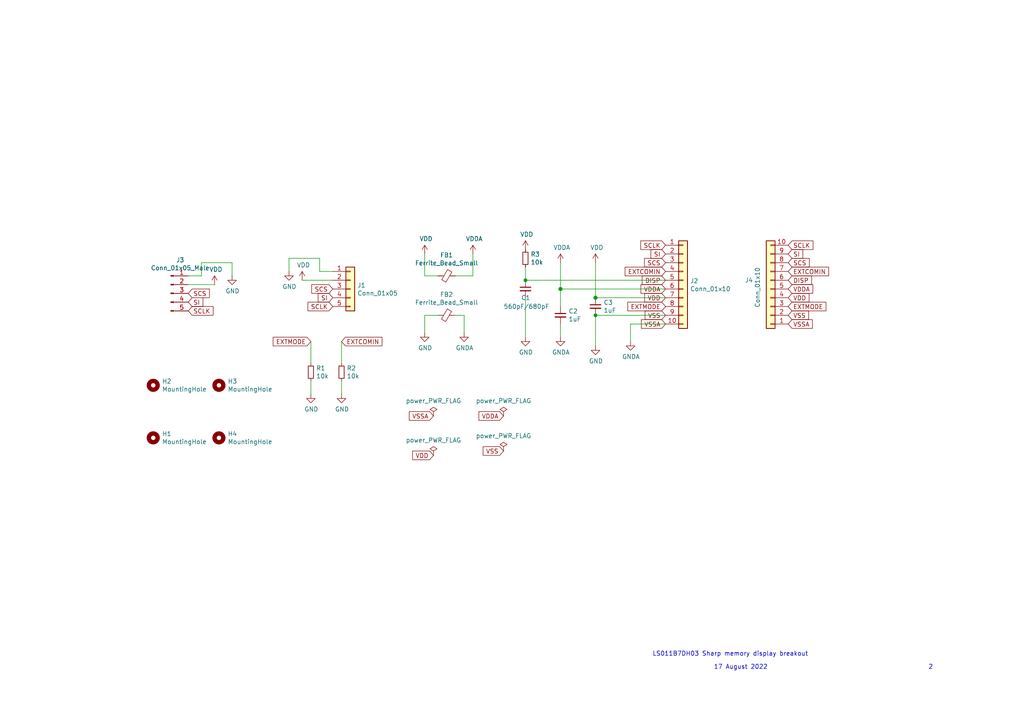
<source format=kicad_sch>
(kicad_sch (version 20211123) (generator eeschema)
  (paper "A4")
  (lib_symbols
    (symbol "Connector:Conn_01x05_Male" (pin_names (offset 1.016) hide)
      (property "Reference" "J" (at 0 7.62 0))
      (property "Value" "Conn_01x05_Male" (at 0 -7.62 0))
      (symbol "Conn_01x05_Male_1_1"
        (polyline (pts (xy 1.27 -5.08) (xy 0.8636 -5.08)) (stroke (width 0.1524)))
        (polyline (pts (xy 1.27 -2.54) (xy 0.8636 -2.54)) (stroke (width 0.1524)))
        (polyline (pts (xy 1.27 0) (xy 0.8636 0)) (stroke (width 0.1524)))
        (polyline (pts (xy 1.27 2.54) (xy 0.8636 2.54)) (stroke (width 0.1524)))
        (polyline (pts (xy 1.27 5.08) (xy 0.8636 5.08)) (stroke (width 0.1524)))
        (rectangle (start 0.8636 -4.953) (end 0 -5.207) (stroke (width 0.1524)) (fill (type outline)))
        (rectangle (start 0.8636 -2.413) (end 0 -2.667) (stroke (width 0.1524)) (fill (type outline)))
        (rectangle (start 0.8636 0.127) (end 0 -0.127) (stroke (width 0.1524)) (fill (type outline)))
        (rectangle (start 0.8636 2.667) (end 0 2.413) (stroke (width 0.1524)) (fill (type outline)))
        (rectangle (start 0.8636 5.207) (end 0 4.953) (stroke (width 0.1524)) (fill (type outline)))
        (pin passive line (at 5.08 5.08 180) (length 3.81) (name "Pin_1") (number "1"))
        (pin passive line (at 5.08 2.54 180) (length 3.81) (name "Pin_2") (number "2"))
        (pin passive line (at 5.08 0 180) (length 3.81) (name "Pin_3") (number "3"))
        (pin passive line (at 5.08 -2.54 180) (length 3.81) (name "Pin_4") (number "4"))
        (pin passive line (at 5.08 -5.08 180) (length 3.81) (name "Pin_5") (number "5"))
      )
    )
    (symbol "Connector_Generic:Conn_01x05" (pin_names (offset 1.016) hide)
      (property "Reference" "J" (at 0 7.62 0))
      (property "Value" "Conn_01x05" (at 0 -7.62 0))
      (symbol "Conn_01x05_1_1"
        (rectangle (start -1.27 -4.953) (end 0 -5.207) (stroke (width 0.1524)))
        (rectangle (start -1.27 -2.413) (end 0 -2.667) (stroke (width 0.1524)))
        (rectangle (start -1.27 0.127) (end 0 -0.127) (stroke (width 0.1524)))
        (rectangle (start -1.27 2.667) (end 0 2.413) (stroke (width 0.1524)))
        (rectangle (start -1.27 5.207) (end 0 4.953) (stroke (width 0.1524)))
        (rectangle (start -1.27 6.35) (end 1.27 -6.35) (stroke (width 0.254)) (fill (type background)))
        (pin passive line (at -5.08 5.08 0) (length 3.81) (name "Pin_1") (number "1"))
        (pin passive line (at -5.08 2.54 0) (length 3.81) (name "Pin_2") (number "2"))
        (pin passive line (at -5.08 0 0) (length 3.81) (name "Pin_3") (number "3"))
        (pin passive line (at -5.08 -2.54 0) (length 3.81) (name "Pin_4") (number "4"))
        (pin passive line (at -5.08 -5.08 0) (length 3.81) (name "Pin_5") (number "5"))
      )
    )
    (symbol "Connector_Generic:Conn_01x10" (pin_names (offset 1.016) hide)
      (property "Reference" "J" (at 0 12.7 0))
      (property "Value" "Conn_01x10" (at 0 -15.24 0))
      (symbol "Conn_01x10_1_1"
        (rectangle (start -1.27 -12.573) (end 0 -12.827) (stroke (width 0.1524)))
        (rectangle (start -1.27 -10.033) (end 0 -10.287) (stroke (width 0.1524)))
        (rectangle (start -1.27 -7.493) (end 0 -7.747) (stroke (width 0.1524)))
        (rectangle (start -1.27 -4.953) (end 0 -5.207) (stroke (width 0.1524)))
        (rectangle (start -1.27 -2.413) (end 0 -2.667) (stroke (width 0.1524)))
        (rectangle (start -1.27 0.127) (end 0 -0.127) (stroke (width 0.1524)))
        (rectangle (start -1.27 2.667) (end 0 2.413) (stroke (width 0.1524)))
        (rectangle (start -1.27 5.207) (end 0 4.953) (stroke (width 0.1524)))
        (rectangle (start -1.27 7.747) (end 0 7.493) (stroke (width 0.1524)))
        (rectangle (start -1.27 10.287) (end 0 10.033) (stroke (width 0.1524)))
        (rectangle (start -1.27 11.43) (end 1.27 -13.97) (stroke (width 0.254)) (fill (type background)))
        (pin passive line (at -5.08 10.16 0) (length 3.81) (name "Pin_1") (number "1"))
        (pin passive line (at -5.08 -12.7 0) (length 3.81) (name "Pin_10") (number "10"))
        (pin passive line (at -5.08 7.62 0) (length 3.81) (name "Pin_2") (number "2"))
        (pin passive line (at -5.08 5.08 0) (length 3.81) (name "Pin_3") (number "3"))
        (pin passive line (at -5.08 2.54 0) (length 3.81) (name "Pin_4") (number "4"))
        (pin passive line (at -5.08 0 0) (length 3.81) (name "Pin_5") (number "5"))
        (pin passive line (at -5.08 -2.54 0) (length 3.81) (name "Pin_6") (number "6"))
        (pin passive line (at -5.08 -5.08 0) (length 3.81) (name "Pin_7") (number "7"))
        (pin passive line (at -5.08 -7.62 0) (length 3.81) (name "Pin_8") (number "8"))
        (pin passive line (at -5.08 -10.16 0) (length 3.81) (name "Pin_9") (number "9"))
      )
    )
    (symbol "Device:C_Small" (pin_numbers hide) (pin_names (offset 0.254) hide)
      (property "Reference" "C" (at 0.254 1.778 0))
      (property "Value" "C_Small" (at 0.254 -2.032 0))
      (symbol "C_Small_0_1"
        (polyline (pts (xy -1.524 -0.508) (xy 1.524 -0.508)) (stroke (width 0.3302)))
        (polyline (pts (xy -1.524 0.508) (xy 1.524 0.508)) (stroke (width 0.3048)))
      )
      (symbol "C_Small_1_1"
        (pin passive line (at 0 2.54 270) (length 2.032) (name "~") (number "1"))
        (pin passive line (at 0 -2.54 90) (length 2.032) (name "~") (number "2"))
      )
    )
    (symbol "Device:R_Small" (pin_numbers hide) (pin_names (offset 0.254) hide)
      (property "Reference" "R" (at 0.762 0.508 0))
      (property "Value" "R_Small" (at 0.762 -1.016 0))
      (symbol "R_Small_0_1"
        (rectangle (start -0.762 1.778) (end 0.762 -1.778) (stroke (width 0.2032)))
      )
      (symbol "R_Small_1_1"
        (pin passive line (at 0 2.54 270) (length 0.762) (name "~") (number "1"))
        (pin passive line (at 0 -2.54 90) (length 0.762) (name "~") (number "2"))
      )
    )
    (symbol "Mechanical:MountingHole" (pin_names (offset 1.016))
      (property "Reference" "H" (at 0 5.08 0))
      (property "Value" "MountingHole" (at 0 3.175 0))
      (symbol "MountingHole_0_1"
        (circle (center 0 0) (radius 1.27) (stroke (width 1.27)))
      )
    )
    (symbol "power:GND" (power) (pin_names (offset 0))
      (property "Value" "GND" (at 0 -3.81 0))
      (symbol "GND_0_1"
        (polyline (pts (xy 0 0) (xy 0 -1.27) (xy 1.27 -1.27) (xy 0 -2.54) (xy -1.27 -1.27) (xy 0 -1.27)))
      )
      (symbol "GND_1_1"
        (pin power_in line (at 0 0 270) (length 0) hide (name "GND") (number "1"))
      )
    )
    (symbol "power:GNDA" (power) (pin_names (offset 0))
      (property "Value" "GNDA" (at 0 -3.81 0))
      (symbol "GNDA_0_1"
        (polyline (pts (xy 0 0) (xy 0 -1.27) (xy 1.27 -1.27) (xy 0 -2.54) (xy -1.27 -1.27) (xy 0 -1.27)))
      )
      (symbol "GNDA_1_1"
        (pin power_in line (at 0 0 270) (length 0) hide (name "GNDA") (number "1"))
      )
    )
    (symbol "power:VDD" (power) (pin_names (offset 0))
      (property "Value" "VDD" (at 0 3.81 0))
      (symbol "VDD_0_1"
        (polyline (pts (xy -0.762 1.27) (xy 0 2.54)))
        (polyline (pts (xy 0 0) (xy 0 2.54)))
        (polyline (pts (xy 0 2.54) (xy 0.762 1.27)))
      )
      (symbol "VDD_1_1"
        (pin power_in line (at 0 0 90) (length 0) hide (name "VDD") (number "1"))
      )
    )
    (symbol "power:VDDA" (power) (pin_names (offset 0))
      (property "Value" "VDDA" (at 0 3.81 0))
      (symbol "VDDA_0_1"
        (polyline (pts (xy -0.762 1.27) (xy 0 2.54)))
        (polyline (pts (xy 0 0) (xy 0 2.54)))
        (polyline (pts (xy 0 2.54) (xy 0.762 1.27)))
      )
      (symbol "VDDA_1_1"
        (pin power_in line (at 0 0 90) (length 0) hide (name "VDDA") (number "1"))
      )
    )
    (symbol "sharp_memory_display-rescue:Ferrite_Bead_Small-Device" (pin_numbers hide) (pin_names (offset 0))
      (property "Reference" "FB" (at 1.905 1.27 0))
      (property "Value" "Ferrite_Bead_Small-Device" (at 1.905 -1.27 0))
      (symbol "Ferrite_Bead_Small-Device_0_1"
        (polyline (pts (xy 0 -1.27) (xy 0 -0.7874)))
        (polyline (pts (xy 0 0.889) (xy 0 1.2954)))
        (polyline (pts (xy -1.8288 0.2794) (xy -1.1176 1.4986) (xy 1.8288 -0.2032) (xy 1.1176 -1.4224) (xy -1.8288 0.2794)))
      )
      (symbol "Ferrite_Bead_Small-Device_1_1"
        (pin passive line (at 0 2.54 270) (length 1.27) (name "~") (number "1"))
        (pin passive line (at 0 -2.54 90) (length 1.27) (name "~") (number "2"))
      )
    )
    (symbol "sharp_memory_display-rescue:power_PWR_FLAG-nrfmicro-cache" (power) (pin_numbers hide) (pin_names (offset 0) hide)
      (property "Value" "power_PWR_FLAG-nrfmicro-cache" (at 0 3.81 0))
      (symbol "power_PWR_FLAG-nrfmicro-cache_0_0"
        (pin power_out line (at 0 0 90) (length 0) (name "pwr") (number "1"))
      )
      (symbol "power_PWR_FLAG-nrfmicro-cache_0_1"
        (polyline (pts (xy 0 0) (xy 0 1.27) (xy -1.016 1.905) (xy 0 2.54) (xy 1.016 1.905) (xy 0 1.27)))
      )
    )
  )
  (junction (at 172.72 86.36) (diameter 1.016))
  (junction (at 152.4 81.28))
  (junction (at 162.56 83.82) (diameter 1.016))
  (junction (at 172.72 91.44))
  (wire (pts (xy 58.42 76.2) (xy 58.42 80.01)))
  (wire (pts (xy 67.31 76.2) (xy 58.42 76.2)))
  (wire (pts (xy 152.4 86.36) (xy 152.4 97.79)))
  (wire (pts (xy 132.08 80.01) (xy 137.16 80.01)))
  (wire (pts (xy 92.71 78.74) (xy 92.71 74.93)))
  (wire (pts (xy 96.52 78.74) (xy 92.71 78.74)))
  (wire (pts (xy 162.56 88.9) (xy 162.56 83.82)))
  (wire (pts (xy 152.4 77.47) (xy 152.4 81.28)))
  (wire (pts (xy 162.56 76.2) (xy 162.56 83.82)))
  (wire (pts (xy 152.4 81.28) (xy 193.04 81.28)))
  (wire (pts (xy 137.16 80.01) (xy 137.16 73.66)))
  (wire (pts (xy 193.04 86.36) (xy 172.72 86.36)))
  (wire (pts (xy 54.61 82.55) (xy 62.23 82.55)))
  (wire (pts (xy 90.17 99.06) (xy 90.17 105.41)))
  (wire (pts (xy 127 91.44) (xy 123.19 91.44)))
  (wire (pts (xy 132.08 91.44) (xy 134.62 91.44)))
  (wire (pts (xy 83.82 74.93) (xy 83.82 78.74)))
  (wire (pts (xy 127 80.01) (xy 123.19 80.01)))
  (wire (pts (xy 134.62 91.44) (xy 134.62 96.52)))
  (wire (pts (xy 172.72 76.2) (xy 172.72 86.36)))
  (wire (pts (xy 193.04 83.82) (xy 162.56 83.82)))
  (wire (pts (xy 182.88 93.98) (xy 193.04 93.98)))
  (wire (pts (xy 99.06 110.49) (xy 99.06 114.3)))
  (wire (pts (xy 162.56 93.98) (xy 162.56 97.79)))
  (wire (pts (xy 172.72 91.44) (xy 193.04 91.44)))
  (wire (pts (xy 67.31 80.01) (xy 67.31 76.2)))
  (wire (pts (xy 182.88 93.98) (xy 182.88 99.06)))
  (wire (pts (xy 90.17 110.49) (xy 90.17 114.3)))
  (wire (pts (xy 123.19 91.44) (xy 123.19 96.52)))
  (wire (pts (xy 99.06 99.06) (xy 99.06 105.41)))
  (wire (pts (xy 58.42 80.01) (xy 54.61 80.01)))
  (wire (pts (xy 92.71 74.93) (xy 83.82 74.93)))
  (wire (pts (xy 96.52 81.28) (xy 87.63 81.28)))
  (wire (pts (xy 123.19 80.01) (xy 123.19 73.66)))
  (wire (pts (xy 172.72 91.44) (xy 172.72 100.33)))
  (text "17 August 2022" (at 207.01 194.31 0) (effects (font (size 1.27 1.27)) (justify left bottom)))
  (text "LS011B7DH03 Sharp memory display breakout" (at 189.23 190.5 0) (effects (font (size 1.27 1.27)) (justify left bottom)))
  (text "2" (at 269.24 194.31 0) (effects (font (size 1.27 1.27)) (justify left bottom)))
  (global_label "SI" (shape input) (at 96.52 86.36 180) (property "Intersheet References" "${INTERSHEET_REFS}" (effects hide)))
  (global_label "VSS" (shape input) (at 193.04 91.44 180) (property "Intersheet References" "${INTERSHEET_REFS}" (effects hide)))
  (global_label "VSS" (shape input) (at 228.6 91.44 0) (property "Intersheet References" "${INTERSHEET_REFS}" (effects hide)))
  (global_label "VDD" (shape input) (at 125.73 132.08 180) (property "Intersheet References" "${INTERSHEET_REFS}" (effects hide)))
  (global_label "VDD" (shape input) (at 193.04 86.36 180) (property "Intersheet References" "${INTERSHEET_REFS}" (effects hide)))
  (global_label "EXTCOMIN" (shape input) (at 228.6 78.74 0) (property "Intersheet References" "${INTERSHEET_REFS}" (effects hide)))
  (global_label "VSSA" (shape input) (at 193.04 93.98 180) (property "Intersheet References" "${INTERSHEET_REFS}" (effects hide)))
  (global_label "VSSA" (shape input) (at 125.73 120.65 180) (property "Intersheet References" "${INTERSHEET_REFS}" (effects hide)))
  (global_label "VDDA" (shape input) (at 146.05 120.65 180) (property "Intersheet References" "${INTERSHEET_REFS}" (effects hide)))
  (global_label "EXTMODE" (shape input) (at 193.04 88.9 180) (property "Intersheet References" "${INTERSHEET_REFS}" (effects hide)))
  (global_label "SCS" (shape input) (at 54.61 85.09 0) (property "Intersheet References" "${INTERSHEET_REFS}" (effects hide)))
  (global_label "EXTCOMIN" (shape input) (at 99.06 99.06 0) (property "Intersheet References" "${INTERSHEET_REFS}" (effects hide)))
  (global_label "SI" (shape input) (at 228.6 73.66 0) (property "Intersheet References" "${INTERSHEET_REFS}" (effects hide)))
  (global_label "VSS" (shape input) (at 146.05 130.81 180) (property "Intersheet References" "${INTERSHEET_REFS}" (effects hide)))
  (global_label "SCS" (shape input) (at 228.6 76.2 0) (property "Intersheet References" "${INTERSHEET_REFS}" (effects hide)))
  (global_label "SCLK" (shape input) (at 193.04 71.12 180) (property "Intersheet References" "${INTERSHEET_REFS}" (effects hide)))
  (global_label "SI" (shape input) (at 193.04 73.66 180) (property "Intersheet References" "${INTERSHEET_REFS}" (effects hide)))
  (global_label "EXTCOMIN" (shape input) (at 193.04 78.74 180) (property "Intersheet References" "${INTERSHEET_REFS}" (effects hide)))
  (global_label "SCLK" (shape input) (at 96.52 88.9 180) (property "Intersheet References" "${INTERSHEET_REFS}" (effects hide)))
  (global_label "SI" (shape input) (at 54.61 87.63 0) (property "Intersheet References" "${INTERSHEET_REFS}" (effects hide)))
  (global_label "SCLK" (shape input) (at 54.61 90.17 0) (property "Intersheet References" "${INTERSHEET_REFS}" (effects hide)))
  (global_label "DISP" (shape input) (at 228.6 81.28 0) (property "Intersheet References" "${INTERSHEET_REFS}" (effects hide)))
  (global_label "SCS" (shape input) (at 96.52 83.82 180) (property "Intersheet References" "${INTERSHEET_REFS}" (effects hide)))
  (global_label "VDDA" (shape input) (at 228.6 83.82 0) (property "Intersheet References" "${INTERSHEET_REFS}" (effects hide)))
  (global_label "EXTMODE" (shape input) (at 228.6 88.9 0) (property "Intersheet References" "${INTERSHEET_REFS}" (effects hide)))
  (global_label "DISP" (shape input) (at 193.04 81.28 180) (property "Intersheet References" "${INTERSHEET_REFS}" (effects hide)))
  (global_label "VSSA" (shape input) (at 228.6 93.98 0) (property "Intersheet References" "${INTERSHEET_REFS}" (effects hide)))
  (global_label "EXTMODE" (shape input) (at 90.17 99.06 180) (property "Intersheet References" "${INTERSHEET_REFS}" (effects hide)))
  (global_label "SCLK" (shape input) (at 228.6 71.12 0) (property "Intersheet References" "${INTERSHEET_REFS}" (effects hide)))
  (global_label "VDDA" (shape input) (at 193.04 83.82 180) (property "Intersheet References" "${INTERSHEET_REFS}" (effects hide)))
  (global_label "VDD" (shape input) (at 228.6 86.36 0) (property "Intersheet References" "${INTERSHEET_REFS}" (effects hide)))
  (global_label "SCS" (shape input) (at 193.04 76.2 180) (property "Intersheet References" "${INTERSHEET_REFS}" (effects hide)))
  (symbol (lib_id "sharp_memory_display-rescue:Ferrite_Bead_Small-Device") (at 129.54 91.44 90) (unit 1)
    (property "Reference" "FB2" (at 129.54 85.4202 90))
    (property "Value" "Ferrite_Bead_Small" (at 129.54 87.7316 90))
    (property "Footprint" "Resistor_SMD:R_0805_2012Metric_Pad1.20x1.40mm_HandSolder" (effects hide))
    (property "LCSC" "C1017" (effects hide))
  )
  (symbol (lib_id "Connector_Generic:Conn_01x05") (at 101.6 83.82 0) (unit 1)
    (property "Reference" "J1" (at 103.632 82.7532 0) (effects (justify left)))
    (property "Value" "Conn_01x05" (at 103.632 85.0646 0) (effects (justify left)))
    (property "Footprint" "Connector_PinSocket_2.54mm:PinSocket_1x05_P2.54mm_Vertical" (effects hide))
  )
  (symbol (lib_id "sharp_memory_display-rescue:Ferrite_Bead_Small-Device") (at 129.54 80.01 270) (unit 1)
    (property "Reference" "FB1" (at 129.54 73.9902 90))
    (property "Value" "Ferrite_Bead_Small" (at 129.54 76.3016 90))
    (property "Footprint" "Resistor_SMD:R_0805_2012Metric_Pad1.20x1.40mm_HandSolder" (effects hide))
    (property "LCSC" "C1017" (effects hide))
  )
  (symbol (lib_id "Connector_Generic:Conn_01x10") (at 198.12 81.28 0) (unit 1)
    (property "Reference" "J2" (at 200.152 81.4832 0) (effects (justify left)))
    (property "Value" "Conn_01x10" (at 200.152 83.7946 0) (effects (justify left)))
    (property "Footprint" "Connector_FFC-FPC:Hirose_FH12-10S-0.5SH_1x10-1MP_P0.50mm_Horizontal" (effects hide))
    (property "LCSC" "C506791" (effects hide))
  )
  (symbol (lib_id "power:GND") (at 172.72 100.33 0) (unit 1)
    (property "Reference" "#PWR0101" (effects hide))
    (property "Value" "GND" (at 172.847 104.7242 0))
  )
  (symbol (lib_id "power:GNDA") (at 182.88 99.06 0) (unit 1)
    (property "Reference" "#PWR0102" (effects hide))
    (property "Value" "GNDA" (at 183.007 103.4542 0))
  )
  (symbol (lib_id "Device:C_Small") (at 172.72 88.9 0) (unit 1)
    (property "Reference" "C3" (at 175.0568 87.7316 0) (effects (justify left)))
    (property "Value" "1uF " (at 175.0568 90.043 0) (effects (justify left)))
    (property "Footprint" "Capacitor_SMD:C_0603_1608Metric_Pad1.08x0.95mm_HandSolder" (effects hide))
    (property "LCSC" "C15849" (effects hide))
  )
  (symbol (lib_id "power:GNDA") (at 162.56 97.79 0) (unit 1)
    (property "Reference" "#PWR0103" (effects hide))
    (property "Value" "GNDA" (at 162.687 102.1842 0))
  )
  (symbol (lib_id "Device:C_Small") (at 162.56 91.44 0) (unit 1)
    (property "Reference" "C2" (at 164.8968 90.2716 0) (effects (justify left)))
    (property "Value" "1uF" (at 164.8968 92.583 0) (effects (justify left)))
    (property "Footprint" "Capacitor_SMD:C_0603_1608Metric_Pad1.08x0.95mm_HandSolder" (effects hide))
    (property "LCSC" "C15849" (effects hide))
  )
  (symbol (lib_id "power:GND") (at 152.4 97.79 0) (unit 1)
    (property "Reference" "#PWR0104" (effects hide))
    (property "Value" "GND" (at 152.527 102.1842 0))
  )
  (symbol (lib_id "Device:C_Small") (at 152.4 83.82 0) (unit 1)
    (property "Reference" "C1" (at 151.13 86.36 0) (effects (justify left)))
    (property "Value" "560pF/680pF" (at 146.05 88.9 0) (effects (justify left)))
    (property "Footprint" "Capacitor_SMD:C_0603_1608Metric_Pad1.08x0.95mm_HandSolder" (effects hide))
    (property "LCSC" "C84721" (effects hide))
  )
  (symbol (lib_id "power:VDDA") (at 162.56 76.2 0) (unit 1)
    (property "Reference" "#PWR0105" (effects hide))
    (property "Value" "VDDA" (at 162.941 71.8058 0))
  )
  (symbol (lib_id "power:VDD") (at 172.72 76.2 0) (unit 1)
    (property "Reference" "#PWR0106" (effects hide))
    (property "Value" "VDD" (at 173.101 71.8058 0))
  )
  (symbol (lib_id "power:GND") (at 123.19 96.52 0) (unit 1)
    (property "Reference" "#PWR0107" (effects hide))
    (property "Value" "GND" (at 123.317 100.9142 0))
  )
  (symbol (lib_id "power:GNDA") (at 134.62 96.52 0) (unit 1)
    (property "Reference" "#PWR0108" (effects hide))
    (property "Value" "GNDA" (at 134.747 100.9142 0))
  )
  (symbol (lib_id "power:VDDA") (at 137.16 73.66 0) (unit 1)
    (property "Reference" "#PWR0109" (effects hide))
    (property "Value" "VDDA" (at 137.541 69.2658 0))
  )
  (symbol (lib_id "power:VDD") (at 123.19 73.66 0) (unit 1)
    (property "Reference" "#PWR0110" (effects hide))
    (property "Value" "VDD" (at 123.571 69.2658 0))
  )
  (symbol (lib_id "power:GND") (at 90.17 114.3 0) (unit 1)
    (property "Reference" "#PWR0111" (effects hide))
    (property "Value" "GND" (at 90.297 118.6942 0))
  )
  (symbol (lib_id "power:GND") (at 99.06 114.3 0) (unit 1)
    (property "Reference" "#PWR0112" (effects hide))
    (property "Value" "GND" (at 99.187 118.6942 0))
  )
  (symbol (lib_id "Device:R_Small") (at 90.17 107.95 0) (unit 1)
    (property "Reference" "R1" (at 91.6686 106.7816 0) (effects (justify left)))
    (property "Value" "10k" (at 91.6686 109.093 0) (effects (justify left)))
    (property "Footprint" "Resistor_SMD:R_0603_1608Metric_Pad0.98x0.95mm_HandSolder" (effects hide))
    (property "LCSC" "C25804" (effects hide))
  )
  (symbol (lib_id "Device:R_Small") (at 99.06 107.95 0) (unit 1)
    (property "Reference" "R2" (at 100.5586 106.7816 0) (effects (justify left)))
    (property "Value" "10k" (at 100.5586 109.093 0) (effects (justify left)))
    (property "Footprint" "Resistor_SMD:R_0603_1608Metric_Pad0.98x0.95mm_HandSolder" (effects hide))
    (property "LCSC" "C25804" (effects hide))
  )
  (symbol (lib_id "power:GND") (at 83.82 78.74 0) (unit 1)
    (property "Reference" "#PWR0113" (effects hide))
    (property "Value" "GND" (at 83.947 83.1342 0))
  )
  (symbol (lib_id "power:VDD") (at 87.63 81.28 0) (unit 1)
    (property "Reference" "#PWR0114" (effects hide))
    (property "Value" "VDD" (at 88.011 76.8858 0))
  )
  (symbol (lib_id "sharp_memory_display-rescue:power_PWR_FLAG-nrfmicro-cache") (at 125.73 120.65 0) (unit 1)
    (property "Reference" "#FLG0101" (effects hide))
    (property "Value" "power_PWR_FLAG" (at 125.73 116.2558 0))
  )
  (symbol (lib_id "sharp_memory_display-rescue:power_PWR_FLAG-nrfmicro-cache") (at 146.05 120.65 0) (unit 1)
    (property "Reference" "#FLG0102" (effects hide))
    (property "Value" "power_PWR_FLAG" (at 146.05 116.2558 0))
  )
  (symbol (lib_id "sharp_memory_display-rescue:power_PWR_FLAG-nrfmicro-cache") (at 125.73 132.08 0) (unit 1)
    (property "Reference" "#FLG0103" (effects hide))
    (property "Value" "power_PWR_FLAG" (at 125.73 127.6858 0))
  )
  (symbol (lib_id "sharp_memory_display-rescue:power_PWR_FLAG-nrfmicro-cache") (at 146.05 130.81 0) (unit 1)
    (property "Reference" "#FLG0104" (effects hide))
    (property "Value" "power_PWR_FLAG" (at 146.05 126.4158 0))
  )
  (symbol (lib_id "Mechanical:MountingHole") (at 44.45 111.76 0) (unit 1)
    (property "Reference" "H2" (at 46.99 110.5916 0) (effects (justify left)))
    (property "Value" "MountingHole" (at 46.99 112.903 0) (effects (justify left)))
    (property "Footprint" "MountingHole:MountingHole_2.2mm_M2_DIN965_Pad" (effects hide))
  )
  (symbol (lib_id "Mechanical:MountingHole") (at 63.5 111.76 0) (unit 1)
    (property "Reference" "H3" (at 66.04 110.5916 0) (effects (justify left)))
    (property "Value" "MountingHole" (at 66.04 112.903 0) (effects (justify left)))
    (property "Footprint" "MountingHole:MountingHole_2.2mm_M2_DIN965_Pad" (effects hide))
  )
  (symbol (lib_id "Mechanical:MountingHole") (at 44.45 127 0) (unit 1)
    (property "Reference" "H1" (at 46.99 125.8316 0) (effects (justify left)))
    (property "Value" "MountingHole" (at 46.99 128.143 0) (effects (justify left)))
    (property "Footprint" "MountingHole:MountingHole_2.2mm_M2_DIN965_Pad" (effects hide))
  )
  (symbol (lib_id "Mechanical:MountingHole") (at 63.5 127 0) (unit 1)
    (property "Reference" "H4" (at 66.04 125.8316 0) (effects (justify left)))
    (property "Value" "MountingHole" (at 66.04 128.143 0) (effects (justify left)))
    (property "Footprint" "MountingHole:MountingHole_2.2mm_M2_DIN965_Pad" (effects hide))
  )
  (symbol (lib_id "Connector:Conn_01x05_Male") (at 49.53 85.09 0) (unit 1)
    (property "Reference" "J3" (at 52.2732 75.4126 0))
    (property "Value" "Conn_01x05_Male" (at 52.2732 77.724 0))
    (property "Footprint" "Connector_JST:JST_SH_SM05B-SRSS-TB_1x05-1MP_P1.00mm_Horizontal" (effects hide))
  )
  (symbol (lib_id "power:VDD") (at 62.23 82.55 0) (unit 1)
    (property "Reference" "#PWR0115" (effects hide))
    (property "Value" "VDD" (at 62.611 78.1558 0))
  )
  (symbol (lib_id "power:GND") (at 67.31 80.01 0) (unit 1)
    (property "Reference" "#PWR0116" (effects hide))
    (property "Value" "GND" (at 67.437 84.4042 0))
  )
  (symbol (lib_id "power:VDD") (at 152.4 72.39 0) (unit 1)
    (property "Reference" "#PWR0117" (effects hide))
    (property "Value" "VDD" (at 152.781 67.9958 0))
  )
  (symbol (lib_id "Device:R_Small") (at 152.4 74.93 0) (unit 1)
    (property "Reference" "R3" (at 153.8986 73.7616 0) (effects (justify left)))
    (property "Value" "10k" (at 153.8986 76.073 0) (effects (justify left)))
    (property "Footprint" "Resistor_SMD:R_0603_1608Metric_Pad0.98x0.95mm_HandSolder" (effects hide))
    (property "LCSC" "C25804" (effects hide))
  )
  (symbol (lib_id "Connector_Generic:Conn_01x10") (at 223.52 83.82 180) (unit 1)
    (property "Reference" "J4" (at 218.44 81.28 0) (effects (justify left)))
    (property "Value" "Conn_01x10" (at 219.71 77.47 90) (effects (justify left)))
    (property "Footprint" "Connector_FFC-FPC:Hirose_FH12-10S-0.5SH_1x10-1MP_P0.50mm_Horizontal" (effects hide))
    (property "LCSC" "C506791" (effects hide))
  )
)
</source>
